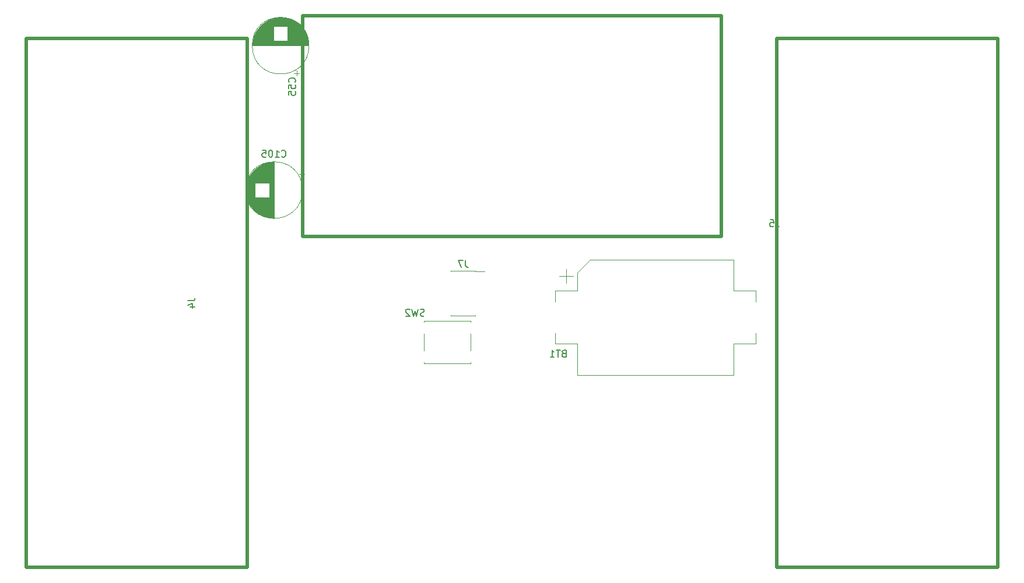
<source format=gbr>
%TF.GenerationSoftware,KiCad,Pcbnew,8.0.5*%
%TF.CreationDate,2024-10-18T05:49:16+03:00*%
%TF.ProjectId,ECUGDI,45435547-4449-42e6-9b69-6361645f7063,rev?*%
%TF.SameCoordinates,Original*%
%TF.FileFunction,Legend,Bot*%
%TF.FilePolarity,Positive*%
%FSLAX46Y46*%
G04 Gerber Fmt 4.6, Leading zero omitted, Abs format (unit mm)*
G04 Created by KiCad (PCBNEW 8.0.5) date 2024-10-18 05:49:16*
%MOMM*%
%LPD*%
G01*
G04 APERTURE LIST*
%ADD10C,0.150000*%
%ADD11C,0.500000*%
%ADD12C,0.120000*%
G04 APERTURE END LIST*
D10*
X147010714Y-93331009D02*
X146867857Y-93378628D01*
X146867857Y-93378628D02*
X146820238Y-93426247D01*
X146820238Y-93426247D02*
X146772619Y-93521485D01*
X146772619Y-93521485D02*
X146772619Y-93664342D01*
X146772619Y-93664342D02*
X146820238Y-93759580D01*
X146820238Y-93759580D02*
X146867857Y-93807200D01*
X146867857Y-93807200D02*
X146963095Y-93854819D01*
X146963095Y-93854819D02*
X147344047Y-93854819D01*
X147344047Y-93854819D02*
X147344047Y-92854819D01*
X147344047Y-92854819D02*
X147010714Y-92854819D01*
X147010714Y-92854819D02*
X146915476Y-92902438D01*
X146915476Y-92902438D02*
X146867857Y-92950057D01*
X146867857Y-92950057D02*
X146820238Y-93045295D01*
X146820238Y-93045295D02*
X146820238Y-93140533D01*
X146820238Y-93140533D02*
X146867857Y-93235771D01*
X146867857Y-93235771D02*
X146915476Y-93283390D01*
X146915476Y-93283390D02*
X147010714Y-93331009D01*
X147010714Y-93331009D02*
X147344047Y-93331009D01*
X146486904Y-92854819D02*
X145915476Y-92854819D01*
X146201190Y-93854819D02*
X146201190Y-92854819D01*
X145058333Y-93854819D02*
X145629761Y-93854819D01*
X145344047Y-93854819D02*
X145344047Y-92854819D01*
X145344047Y-92854819D02*
X145439285Y-92997676D01*
X145439285Y-92997676D02*
X145534523Y-93092914D01*
X145534523Y-93092914D02*
X145629761Y-93140533D01*
X126733332Y-87857200D02*
X126590475Y-87904819D01*
X126590475Y-87904819D02*
X126352380Y-87904819D01*
X126352380Y-87904819D02*
X126257142Y-87857200D01*
X126257142Y-87857200D02*
X126209523Y-87809580D01*
X126209523Y-87809580D02*
X126161904Y-87714342D01*
X126161904Y-87714342D02*
X126161904Y-87619104D01*
X126161904Y-87619104D02*
X126209523Y-87523866D01*
X126209523Y-87523866D02*
X126257142Y-87476247D01*
X126257142Y-87476247D02*
X126352380Y-87428628D01*
X126352380Y-87428628D02*
X126542856Y-87381009D01*
X126542856Y-87381009D02*
X126638094Y-87333390D01*
X126638094Y-87333390D02*
X126685713Y-87285771D01*
X126685713Y-87285771D02*
X126733332Y-87190533D01*
X126733332Y-87190533D02*
X126733332Y-87095295D01*
X126733332Y-87095295D02*
X126685713Y-87000057D01*
X126685713Y-87000057D02*
X126638094Y-86952438D01*
X126638094Y-86952438D02*
X126542856Y-86904819D01*
X126542856Y-86904819D02*
X126304761Y-86904819D01*
X126304761Y-86904819D02*
X126161904Y-86952438D01*
X125828570Y-86904819D02*
X125590475Y-87904819D01*
X125590475Y-87904819D02*
X125399999Y-87190533D01*
X125399999Y-87190533D02*
X125209523Y-87904819D01*
X125209523Y-87904819D02*
X124971428Y-86904819D01*
X124638094Y-87000057D02*
X124590475Y-86952438D01*
X124590475Y-86952438D02*
X124495237Y-86904819D01*
X124495237Y-86904819D02*
X124257142Y-86904819D01*
X124257142Y-86904819D02*
X124161904Y-86952438D01*
X124161904Y-86952438D02*
X124114285Y-87000057D01*
X124114285Y-87000057D02*
X124066666Y-87095295D01*
X124066666Y-87095295D02*
X124066666Y-87190533D01*
X124066666Y-87190533D02*
X124114285Y-87333390D01*
X124114285Y-87333390D02*
X124685713Y-87904819D01*
X124685713Y-87904819D02*
X124066666Y-87904819D01*
X107959580Y-53907142D02*
X108007200Y-53859523D01*
X108007200Y-53859523D02*
X108054819Y-53716666D01*
X108054819Y-53716666D02*
X108054819Y-53621428D01*
X108054819Y-53621428D02*
X108007200Y-53478571D01*
X108007200Y-53478571D02*
X107911961Y-53383333D01*
X107911961Y-53383333D02*
X107816723Y-53335714D01*
X107816723Y-53335714D02*
X107626247Y-53288095D01*
X107626247Y-53288095D02*
X107483390Y-53288095D01*
X107483390Y-53288095D02*
X107292914Y-53335714D01*
X107292914Y-53335714D02*
X107197676Y-53383333D01*
X107197676Y-53383333D02*
X107102438Y-53478571D01*
X107102438Y-53478571D02*
X107054819Y-53621428D01*
X107054819Y-53621428D02*
X107054819Y-53716666D01*
X107054819Y-53716666D02*
X107102438Y-53859523D01*
X107102438Y-53859523D02*
X107150057Y-53907142D01*
X107054819Y-54811904D02*
X107054819Y-54335714D01*
X107054819Y-54335714D02*
X107531009Y-54288095D01*
X107531009Y-54288095D02*
X107483390Y-54335714D01*
X107483390Y-54335714D02*
X107435771Y-54430952D01*
X107435771Y-54430952D02*
X107435771Y-54669047D01*
X107435771Y-54669047D02*
X107483390Y-54764285D01*
X107483390Y-54764285D02*
X107531009Y-54811904D01*
X107531009Y-54811904D02*
X107626247Y-54859523D01*
X107626247Y-54859523D02*
X107864342Y-54859523D01*
X107864342Y-54859523D02*
X107959580Y-54811904D01*
X107959580Y-54811904D02*
X108007200Y-54764285D01*
X108007200Y-54764285D02*
X108054819Y-54669047D01*
X108054819Y-54669047D02*
X108054819Y-54430952D01*
X108054819Y-54430952D02*
X108007200Y-54335714D01*
X108007200Y-54335714D02*
X107959580Y-54288095D01*
X107054819Y-55764285D02*
X107054819Y-55288095D01*
X107054819Y-55288095D02*
X107531009Y-55240476D01*
X107531009Y-55240476D02*
X107483390Y-55288095D01*
X107483390Y-55288095D02*
X107435771Y-55383333D01*
X107435771Y-55383333D02*
X107435771Y-55621428D01*
X107435771Y-55621428D02*
X107483390Y-55716666D01*
X107483390Y-55716666D02*
X107531009Y-55764285D01*
X107531009Y-55764285D02*
X107626247Y-55811904D01*
X107626247Y-55811904D02*
X107864342Y-55811904D01*
X107864342Y-55811904D02*
X107959580Y-55764285D01*
X107959580Y-55764285D02*
X108007200Y-55716666D01*
X108007200Y-55716666D02*
X108054819Y-55621428D01*
X108054819Y-55621428D02*
X108054819Y-55383333D01*
X108054819Y-55383333D02*
X108007200Y-55288095D01*
X108007200Y-55288095D02*
X107959580Y-55240476D01*
X92454819Y-85666666D02*
X93169104Y-85666666D01*
X93169104Y-85666666D02*
X93311961Y-85619047D01*
X93311961Y-85619047D02*
X93407200Y-85523809D01*
X93407200Y-85523809D02*
X93454819Y-85380952D01*
X93454819Y-85380952D02*
X93454819Y-85285714D01*
X92788152Y-86571428D02*
X93454819Y-86571428D01*
X92407200Y-86333333D02*
X93121485Y-86095238D01*
X93121485Y-86095238D02*
X93121485Y-86714285D01*
X106069047Y-64709580D02*
X106116666Y-64757200D01*
X106116666Y-64757200D02*
X106259523Y-64804819D01*
X106259523Y-64804819D02*
X106354761Y-64804819D01*
X106354761Y-64804819D02*
X106497618Y-64757200D01*
X106497618Y-64757200D02*
X106592856Y-64661961D01*
X106592856Y-64661961D02*
X106640475Y-64566723D01*
X106640475Y-64566723D02*
X106688094Y-64376247D01*
X106688094Y-64376247D02*
X106688094Y-64233390D01*
X106688094Y-64233390D02*
X106640475Y-64042914D01*
X106640475Y-64042914D02*
X106592856Y-63947676D01*
X106592856Y-63947676D02*
X106497618Y-63852438D01*
X106497618Y-63852438D02*
X106354761Y-63804819D01*
X106354761Y-63804819D02*
X106259523Y-63804819D01*
X106259523Y-63804819D02*
X106116666Y-63852438D01*
X106116666Y-63852438D02*
X106069047Y-63900057D01*
X105116666Y-64804819D02*
X105688094Y-64804819D01*
X105402380Y-64804819D02*
X105402380Y-63804819D01*
X105402380Y-63804819D02*
X105497618Y-63947676D01*
X105497618Y-63947676D02*
X105592856Y-64042914D01*
X105592856Y-64042914D02*
X105688094Y-64090533D01*
X104497618Y-63804819D02*
X104402380Y-63804819D01*
X104402380Y-63804819D02*
X104307142Y-63852438D01*
X104307142Y-63852438D02*
X104259523Y-63900057D01*
X104259523Y-63900057D02*
X104211904Y-63995295D01*
X104211904Y-63995295D02*
X104164285Y-64185771D01*
X104164285Y-64185771D02*
X104164285Y-64423866D01*
X104164285Y-64423866D02*
X104211904Y-64614342D01*
X104211904Y-64614342D02*
X104259523Y-64709580D01*
X104259523Y-64709580D02*
X104307142Y-64757200D01*
X104307142Y-64757200D02*
X104402380Y-64804819D01*
X104402380Y-64804819D02*
X104497618Y-64804819D01*
X104497618Y-64804819D02*
X104592856Y-64757200D01*
X104592856Y-64757200D02*
X104640475Y-64709580D01*
X104640475Y-64709580D02*
X104688094Y-64614342D01*
X104688094Y-64614342D02*
X104735713Y-64423866D01*
X104735713Y-64423866D02*
X104735713Y-64185771D01*
X104735713Y-64185771D02*
X104688094Y-63995295D01*
X104688094Y-63995295D02*
X104640475Y-63900057D01*
X104640475Y-63900057D02*
X104592856Y-63852438D01*
X104592856Y-63852438D02*
X104497618Y-63804819D01*
X103259523Y-63804819D02*
X103735713Y-63804819D01*
X103735713Y-63804819D02*
X103783332Y-64281009D01*
X103783332Y-64281009D02*
X103735713Y-64233390D01*
X103735713Y-64233390D02*
X103640475Y-64185771D01*
X103640475Y-64185771D02*
X103402380Y-64185771D01*
X103402380Y-64185771D02*
X103307142Y-64233390D01*
X103307142Y-64233390D02*
X103259523Y-64281009D01*
X103259523Y-64281009D02*
X103211904Y-64376247D01*
X103211904Y-64376247D02*
X103211904Y-64614342D01*
X103211904Y-64614342D02*
X103259523Y-64709580D01*
X103259523Y-64709580D02*
X103307142Y-64757200D01*
X103307142Y-64757200D02*
X103402380Y-64804819D01*
X103402380Y-64804819D02*
X103640475Y-64804819D01*
X103640475Y-64804819D02*
X103735713Y-64757200D01*
X103735713Y-64757200D02*
X103783332Y-64709580D01*
X177933333Y-73917319D02*
X177933333Y-74631604D01*
X177933333Y-74631604D02*
X177980952Y-74774461D01*
X177980952Y-74774461D02*
X178076190Y-74869700D01*
X178076190Y-74869700D02*
X178219047Y-74917319D01*
X178219047Y-74917319D02*
X178314285Y-74917319D01*
X176980952Y-73917319D02*
X177457142Y-73917319D01*
X177457142Y-73917319D02*
X177504761Y-74393509D01*
X177504761Y-74393509D02*
X177457142Y-74345890D01*
X177457142Y-74345890D02*
X177361904Y-74298271D01*
X177361904Y-74298271D02*
X177123809Y-74298271D01*
X177123809Y-74298271D02*
X177028571Y-74345890D01*
X177028571Y-74345890D02*
X176980952Y-74393509D01*
X176980952Y-74393509D02*
X176933333Y-74488747D01*
X176933333Y-74488747D02*
X176933333Y-74726842D01*
X176933333Y-74726842D02*
X176980952Y-74822080D01*
X176980952Y-74822080D02*
X177028571Y-74869700D01*
X177028571Y-74869700D02*
X177123809Y-74917319D01*
X177123809Y-74917319D02*
X177361904Y-74917319D01*
X177361904Y-74917319D02*
X177457142Y-74869700D01*
X177457142Y-74869700D02*
X177504761Y-74822080D01*
X132733333Y-79819819D02*
X132733333Y-80534104D01*
X132733333Y-80534104D02*
X132780952Y-80676961D01*
X132780952Y-80676961D02*
X132876190Y-80772200D01*
X132876190Y-80772200D02*
X133019047Y-80819819D01*
X133019047Y-80819819D02*
X133114285Y-80819819D01*
X132352380Y-79819819D02*
X131685714Y-79819819D01*
X131685714Y-79819819D02*
X132114285Y-80819819D01*
D11*
%TO.C,J6*%
X109100000Y-44250000D02*
X109100000Y-76350000D01*
X109100000Y-76350000D02*
X169900000Y-76350000D01*
X169900000Y-44250000D02*
X109100000Y-44250000D01*
X169900000Y-76350000D02*
X169900000Y-44250000D01*
D12*
%TO.C,BT1*%
X145800000Y-84250000D02*
X145800000Y-85800000D01*
X145800000Y-91950000D02*
X145800000Y-90400000D01*
X147350000Y-83100000D02*
X147350000Y-81100000D01*
X148350000Y-82100000D02*
X146350000Y-82100000D01*
X149000000Y-81550000D02*
X149000000Y-84250000D01*
X149000000Y-84250000D02*
X145800000Y-84250000D01*
X149000000Y-91950000D02*
X145800000Y-91950000D01*
X149000000Y-96450000D02*
X149000000Y-91950000D01*
X149000000Y-96450000D02*
X171700000Y-96450000D01*
X150800000Y-79750000D02*
X149000000Y-81550000D01*
X171700000Y-79750000D02*
X150800000Y-79750000D01*
X171700000Y-79750000D02*
X171700000Y-84250000D01*
X171700000Y-84250000D02*
X174900000Y-84250000D01*
X171700000Y-91950000D02*
X174900000Y-91950000D01*
X171700000Y-96450000D02*
X171700000Y-91950000D01*
X174900000Y-84250000D02*
X174900000Y-85800000D01*
X174900000Y-91950000D02*
X174900000Y-90400000D01*
%TO.C,SW2*%
X126750000Y-88600000D02*
X126750000Y-88800000D01*
X126750000Y-88600000D02*
X133450000Y-88600000D01*
X126750000Y-90500000D02*
X126750000Y-92900000D01*
X126750000Y-94800000D02*
X126750000Y-94600000D01*
X133450000Y-88600000D02*
X133450000Y-88800000D01*
X133450000Y-90500000D02*
X133450000Y-92900000D01*
X133450000Y-94800000D02*
X126750000Y-94800000D01*
X133450000Y-94800000D02*
X133450000Y-94600000D01*
%TO.C,C55*%
X104860000Y-45839000D02*
X102881000Y-45839000D01*
X104860000Y-45879000D02*
X102845000Y-45879000D01*
X104860000Y-45919000D02*
X102810000Y-45919000D01*
X104860000Y-45959000D02*
X102776000Y-45959000D01*
X104860000Y-45999000D02*
X102744000Y-45999000D01*
X104860000Y-46039000D02*
X102711000Y-46039000D01*
X104860000Y-46079000D02*
X102680000Y-46079000D01*
X104860000Y-46119000D02*
X102650000Y-46119000D01*
X104860000Y-46159000D02*
X102620000Y-46159000D01*
X104860000Y-46199000D02*
X102591000Y-46199000D01*
X104860000Y-46239000D02*
X102562000Y-46239000D01*
X104860000Y-46279000D02*
X102535000Y-46279000D01*
X104860000Y-46319000D02*
X102508000Y-46319000D01*
X104860000Y-46359000D02*
X102482000Y-46359000D01*
X104860000Y-46399000D02*
X102456000Y-46399000D01*
X104860000Y-46439000D02*
X102431000Y-46439000D01*
X104860000Y-46479000D02*
X102407000Y-46479000D01*
X104860000Y-46519000D02*
X102383000Y-46519000D01*
X104860000Y-46559000D02*
X102360000Y-46559000D01*
X104860000Y-46599000D02*
X102338000Y-46599000D01*
X104860000Y-46639000D02*
X102316000Y-46639000D01*
X104860000Y-46679000D02*
X102294000Y-46679000D01*
X104860000Y-46719000D02*
X102273000Y-46719000D01*
X104860000Y-46759000D02*
X102253000Y-46759000D01*
X104860000Y-46799000D02*
X102234000Y-46799000D01*
X104860000Y-46839000D02*
X102214000Y-46839000D01*
X104860000Y-46879000D02*
X102196000Y-46879000D01*
X104860000Y-46919000D02*
X102178000Y-46919000D01*
X104860000Y-46959000D02*
X102160000Y-46959000D01*
X104860000Y-46999000D02*
X102143000Y-46999000D01*
X104860000Y-47039000D02*
X102126000Y-47039000D01*
X104860000Y-47079000D02*
X102110000Y-47079000D01*
X104860000Y-47119000D02*
X102095000Y-47119000D01*
X104860000Y-47159000D02*
X102079000Y-47159000D01*
X104860000Y-47199000D02*
X102065000Y-47199000D01*
X104860000Y-47239000D02*
X102050000Y-47239000D01*
X104860000Y-47279000D02*
X102037000Y-47279000D01*
X104860000Y-47319000D02*
X102023000Y-47319000D01*
X104860000Y-47359000D02*
X102011000Y-47359000D01*
X104860000Y-47399000D02*
X101998000Y-47399000D01*
X104860000Y-47439000D02*
X101986000Y-47439000D01*
X104860000Y-47479000D02*
X101975000Y-47479000D01*
X104860000Y-47519000D02*
X101964000Y-47519000D01*
X104860000Y-47559000D02*
X101953000Y-47559000D01*
X104860000Y-47599000D02*
X101943000Y-47599000D01*
X104860000Y-47639000D02*
X101933000Y-47639000D01*
X104860000Y-47679000D02*
X101924000Y-47679000D01*
X104860000Y-47719000D02*
X101915000Y-47719000D01*
X104860000Y-47759000D02*
X101906000Y-47759000D01*
X104860000Y-47799000D02*
X101898000Y-47799000D01*
X104860000Y-47839000D02*
X101890000Y-47839000D01*
X104860000Y-47879000D02*
X101883000Y-47879000D01*
X106433000Y-44519000D02*
X105367000Y-44519000D01*
X106668000Y-44559000D02*
X105132000Y-44559000D01*
X106848000Y-44599000D02*
X104952000Y-44599000D01*
X106998000Y-44639000D02*
X104802000Y-44639000D01*
X107129000Y-44679000D02*
X104671000Y-44679000D01*
X107246000Y-44719000D02*
X104554000Y-44719000D01*
X107353000Y-44759000D02*
X104447000Y-44759000D01*
X107452000Y-44799000D02*
X104348000Y-44799000D01*
X107545000Y-44839000D02*
X104255000Y-44839000D01*
X107631000Y-44879000D02*
X104169000Y-44879000D01*
X107713000Y-44919000D02*
X104087000Y-44919000D01*
X107790000Y-44959000D02*
X104010000Y-44959000D01*
X107864000Y-44999000D02*
X103936000Y-44999000D01*
X107934000Y-45039000D02*
X103866000Y-45039000D01*
X108002000Y-45079000D02*
X103798000Y-45079000D01*
X108066000Y-45119000D02*
X103734000Y-45119000D01*
X108128000Y-45159000D02*
X103672000Y-45159000D01*
X108187000Y-45199000D02*
X103613000Y-45199000D01*
X108215000Y-53009698D02*
X108215000Y-52209698D01*
X108245000Y-45239000D02*
X103555000Y-45239000D01*
X108300000Y-45279000D02*
X103500000Y-45279000D01*
X108354000Y-45319000D02*
X103446000Y-45319000D01*
X108405000Y-45359000D02*
X103395000Y-45359000D01*
X108456000Y-45399000D02*
X103344000Y-45399000D01*
X108504000Y-45439000D02*
X103296000Y-45439000D01*
X108551000Y-45479000D02*
X103249000Y-45479000D01*
X108597000Y-45519000D02*
X103203000Y-45519000D01*
X108615000Y-52609698D02*
X107815000Y-52609698D01*
X108641000Y-45559000D02*
X103159000Y-45559000D01*
X108684000Y-45599000D02*
X103116000Y-45599000D01*
X108726000Y-45639000D02*
X103074000Y-45639000D01*
X108767000Y-45679000D02*
X103033000Y-45679000D01*
X108807000Y-45719000D02*
X102993000Y-45719000D01*
X108845000Y-45759000D02*
X102955000Y-45759000D01*
X108883000Y-45799000D02*
X102917000Y-45799000D01*
X108919000Y-45839000D02*
X106940000Y-45839000D01*
X108955000Y-45879000D02*
X106940000Y-45879000D01*
X108990000Y-45919000D02*
X106940000Y-45919000D01*
X109024000Y-45959000D02*
X106940000Y-45959000D01*
X109056000Y-45999000D02*
X106940000Y-45999000D01*
X109089000Y-46039000D02*
X106940000Y-46039000D01*
X109120000Y-46079000D02*
X106940000Y-46079000D01*
X109150000Y-46119000D02*
X106940000Y-46119000D01*
X109180000Y-46159000D02*
X106940000Y-46159000D01*
X109209000Y-46199000D02*
X106940000Y-46199000D01*
X109238000Y-46239000D02*
X106940000Y-46239000D01*
X109265000Y-46279000D02*
X106940000Y-46279000D01*
X109292000Y-46319000D02*
X106940000Y-46319000D01*
X109318000Y-46359000D02*
X106940000Y-46359000D01*
X109344000Y-46399000D02*
X106940000Y-46399000D01*
X109369000Y-46439000D02*
X106940000Y-46439000D01*
X109393000Y-46479000D02*
X106940000Y-46479000D01*
X109417000Y-46519000D02*
X106940000Y-46519000D01*
X109440000Y-46559000D02*
X106940000Y-46559000D01*
X109462000Y-46599000D02*
X106940000Y-46599000D01*
X109484000Y-46639000D02*
X106940000Y-46639000D01*
X109506000Y-46679000D02*
X106940000Y-46679000D01*
X109527000Y-46719000D02*
X106940000Y-46719000D01*
X109547000Y-46759000D02*
X106940000Y-46759000D01*
X109566000Y-46799000D02*
X106940000Y-46799000D01*
X109586000Y-46839000D02*
X106940000Y-46839000D01*
X109604000Y-46879000D02*
X106940000Y-46879000D01*
X109622000Y-46919000D02*
X106940000Y-46919000D01*
X109640000Y-46959000D02*
X106940000Y-46959000D01*
X109657000Y-46999000D02*
X106940000Y-46999000D01*
X109674000Y-47039000D02*
X106940000Y-47039000D01*
X109690000Y-47079000D02*
X106940000Y-47079000D01*
X109705000Y-47119000D02*
X106940000Y-47119000D01*
X109721000Y-47159000D02*
X106940000Y-47159000D01*
X109735000Y-47199000D02*
X106940000Y-47199000D01*
X109750000Y-47239000D02*
X106940000Y-47239000D01*
X109763000Y-47279000D02*
X106940000Y-47279000D01*
X109777000Y-47319000D02*
X106940000Y-47319000D01*
X109789000Y-47359000D02*
X106940000Y-47359000D01*
X109802000Y-47399000D02*
X106940000Y-47399000D01*
X109814000Y-47439000D02*
X106940000Y-47439000D01*
X109825000Y-47479000D02*
X106940000Y-47479000D01*
X109836000Y-47519000D02*
X106940000Y-47519000D01*
X109847000Y-47559000D02*
X106940000Y-47559000D01*
X109857000Y-47599000D02*
X106940000Y-47599000D01*
X109867000Y-47639000D02*
X106940000Y-47639000D01*
X109876000Y-47679000D02*
X106940000Y-47679000D01*
X109885000Y-47719000D02*
X106940000Y-47719000D01*
X109894000Y-47759000D02*
X106940000Y-47759000D01*
X109902000Y-47799000D02*
X106940000Y-47799000D01*
X109910000Y-47839000D02*
X106940000Y-47839000D01*
X109917000Y-47879000D02*
X106940000Y-47879000D01*
X109924000Y-47920000D02*
X101876000Y-47920000D01*
X109930000Y-47960000D02*
X101870000Y-47960000D01*
X109937000Y-48000000D02*
X101863000Y-48000000D01*
X109942000Y-48040000D02*
X101858000Y-48040000D01*
X109948000Y-48080000D02*
X101852000Y-48080000D01*
X109952000Y-48120000D02*
X101848000Y-48120000D01*
X109957000Y-48160000D02*
X101843000Y-48160000D01*
X109961000Y-48200000D02*
X101839000Y-48200000D01*
X109965000Y-48240000D02*
X101835000Y-48240000D01*
X109968000Y-48280000D02*
X101832000Y-48280000D01*
X109971000Y-48320000D02*
X101829000Y-48320000D01*
X109974000Y-48360000D02*
X101826000Y-48360000D01*
X109976000Y-48400000D02*
X101824000Y-48400000D01*
X109977000Y-48440000D02*
X101823000Y-48440000D01*
X109979000Y-48480000D02*
X101821000Y-48480000D01*
X109980000Y-48520000D02*
X101820000Y-48520000D01*
X109980000Y-48560000D02*
X101820000Y-48560000D01*
X109980000Y-48600000D02*
X101820000Y-48600000D01*
X110020000Y-48600000D02*
G75*
G02*
X101780000Y-48600000I-4120000J0D01*
G01*
X101780000Y-48600000D02*
G75*
G02*
X110020000Y-48600000I4120000J0D01*
G01*
D11*
%TO.C,J4*%
X68950000Y-47550000D02*
X68950000Y-124450000D01*
X68950000Y-47550000D02*
X101050000Y-47550000D01*
X68950000Y-124450000D02*
X101050000Y-124450000D01*
X101050000Y-47550000D02*
X101050000Y-124450000D01*
D12*
%TO.C,C105*%
X100869000Y-69067000D02*
X100869000Y-70133000D01*
X100909000Y-68832000D02*
X100909000Y-70368000D01*
X100949000Y-68652000D02*
X100949000Y-70548000D01*
X100989000Y-68502000D02*
X100989000Y-70698000D01*
X101029000Y-68371000D02*
X101029000Y-70829000D01*
X101069000Y-68254000D02*
X101069000Y-70946000D01*
X101109000Y-68147000D02*
X101109000Y-71053000D01*
X101149000Y-68048000D02*
X101149000Y-71152000D01*
X101189000Y-67955000D02*
X101189000Y-71245000D01*
X101229000Y-67869000D02*
X101229000Y-71331000D01*
X101269000Y-67787000D02*
X101269000Y-71413000D01*
X101309000Y-67710000D02*
X101309000Y-71490000D01*
X101349000Y-67636000D02*
X101349000Y-71564000D01*
X101389000Y-67566000D02*
X101389000Y-71634000D01*
X101429000Y-67498000D02*
X101429000Y-71702000D01*
X101469000Y-67434000D02*
X101469000Y-71766000D01*
X101509000Y-67372000D02*
X101509000Y-71828000D01*
X101549000Y-67313000D02*
X101549000Y-71887000D01*
X101589000Y-67255000D02*
X101589000Y-71945000D01*
X101629000Y-67200000D02*
X101629000Y-72000000D01*
X101669000Y-67146000D02*
X101669000Y-72054000D01*
X101709000Y-67095000D02*
X101709000Y-72105000D01*
X101749000Y-67044000D02*
X101749000Y-72156000D01*
X101789000Y-66996000D02*
X101789000Y-72204000D01*
X101829000Y-66949000D02*
X101829000Y-72251000D01*
X101869000Y-66903000D02*
X101869000Y-72297000D01*
X101909000Y-66859000D02*
X101909000Y-72341000D01*
X101949000Y-66816000D02*
X101949000Y-72384000D01*
X101989000Y-66774000D02*
X101989000Y-72426000D01*
X102029000Y-66733000D02*
X102029000Y-72467000D01*
X102069000Y-66693000D02*
X102069000Y-72507000D01*
X102109000Y-66655000D02*
X102109000Y-72545000D01*
X102149000Y-66617000D02*
X102149000Y-72583000D01*
X102189000Y-66581000D02*
X102189000Y-68560000D01*
X102189000Y-70640000D02*
X102189000Y-72619000D01*
X102229000Y-66545000D02*
X102229000Y-68560000D01*
X102229000Y-70640000D02*
X102229000Y-72655000D01*
X102269000Y-66510000D02*
X102269000Y-68560000D01*
X102269000Y-70640000D02*
X102269000Y-72690000D01*
X102309000Y-66476000D02*
X102309000Y-68560000D01*
X102309000Y-70640000D02*
X102309000Y-72724000D01*
X102349000Y-66444000D02*
X102349000Y-68560000D01*
X102349000Y-70640000D02*
X102349000Y-72756000D01*
X102389000Y-66411000D02*
X102389000Y-68560000D01*
X102389000Y-70640000D02*
X102389000Y-72789000D01*
X102429000Y-66380000D02*
X102429000Y-68560000D01*
X102429000Y-70640000D02*
X102429000Y-72820000D01*
X102469000Y-66350000D02*
X102469000Y-68560000D01*
X102469000Y-70640000D02*
X102469000Y-72850000D01*
X102509000Y-66320000D02*
X102509000Y-68560000D01*
X102509000Y-70640000D02*
X102509000Y-72880000D01*
X102549000Y-66291000D02*
X102549000Y-68560000D01*
X102549000Y-70640000D02*
X102549000Y-72909000D01*
X102589000Y-66262000D02*
X102589000Y-68560000D01*
X102589000Y-70640000D02*
X102589000Y-72938000D01*
X102629000Y-66235000D02*
X102629000Y-68560000D01*
X102629000Y-70640000D02*
X102629000Y-72965000D01*
X102669000Y-66208000D02*
X102669000Y-68560000D01*
X102669000Y-70640000D02*
X102669000Y-72992000D01*
X102709000Y-66182000D02*
X102709000Y-68560000D01*
X102709000Y-70640000D02*
X102709000Y-73018000D01*
X102749000Y-66156000D02*
X102749000Y-68560000D01*
X102749000Y-70640000D02*
X102749000Y-73044000D01*
X102789000Y-66131000D02*
X102789000Y-68560000D01*
X102789000Y-70640000D02*
X102789000Y-73069000D01*
X102829000Y-66107000D02*
X102829000Y-68560000D01*
X102829000Y-70640000D02*
X102829000Y-73093000D01*
X102869000Y-66083000D02*
X102869000Y-68560000D01*
X102869000Y-70640000D02*
X102869000Y-73117000D01*
X102909000Y-66060000D02*
X102909000Y-68560000D01*
X102909000Y-70640000D02*
X102909000Y-73140000D01*
X102949000Y-66038000D02*
X102949000Y-68560000D01*
X102949000Y-70640000D02*
X102949000Y-73162000D01*
X102989000Y-66016000D02*
X102989000Y-68560000D01*
X102989000Y-70640000D02*
X102989000Y-73184000D01*
X103029000Y-65994000D02*
X103029000Y-68560000D01*
X103029000Y-70640000D02*
X103029000Y-73206000D01*
X103069000Y-65973000D02*
X103069000Y-68560000D01*
X103069000Y-70640000D02*
X103069000Y-73227000D01*
X103109000Y-65953000D02*
X103109000Y-68560000D01*
X103109000Y-70640000D02*
X103109000Y-73247000D01*
X103149000Y-65934000D02*
X103149000Y-68560000D01*
X103149000Y-70640000D02*
X103149000Y-73266000D01*
X103189000Y-65914000D02*
X103189000Y-68560000D01*
X103189000Y-70640000D02*
X103189000Y-73286000D01*
X103229000Y-65896000D02*
X103229000Y-68560000D01*
X103229000Y-70640000D02*
X103229000Y-73304000D01*
X103269000Y-65878000D02*
X103269000Y-68560000D01*
X103269000Y-70640000D02*
X103269000Y-73322000D01*
X103309000Y-65860000D02*
X103309000Y-68560000D01*
X103309000Y-70640000D02*
X103309000Y-73340000D01*
X103349000Y-65843000D02*
X103349000Y-68560000D01*
X103349000Y-70640000D02*
X103349000Y-73357000D01*
X103389000Y-65826000D02*
X103389000Y-68560000D01*
X103389000Y-70640000D02*
X103389000Y-73374000D01*
X103429000Y-65810000D02*
X103429000Y-68560000D01*
X103429000Y-70640000D02*
X103429000Y-73390000D01*
X103469000Y-65795000D02*
X103469000Y-68560000D01*
X103469000Y-70640000D02*
X103469000Y-73405000D01*
X103509000Y-65779000D02*
X103509000Y-68560000D01*
X103509000Y-70640000D02*
X103509000Y-73421000D01*
X103549000Y-65765000D02*
X103549000Y-68560000D01*
X103549000Y-70640000D02*
X103549000Y-73435000D01*
X103589000Y-65750000D02*
X103589000Y-68560000D01*
X103589000Y-70640000D02*
X103589000Y-73450000D01*
X103629000Y-65737000D02*
X103629000Y-68560000D01*
X103629000Y-70640000D02*
X103629000Y-73463000D01*
X103669000Y-65723000D02*
X103669000Y-68560000D01*
X103669000Y-70640000D02*
X103669000Y-73477000D01*
X103709000Y-65711000D02*
X103709000Y-68560000D01*
X103709000Y-70640000D02*
X103709000Y-73489000D01*
X103749000Y-65698000D02*
X103749000Y-68560000D01*
X103749000Y-70640000D02*
X103749000Y-73502000D01*
X103789000Y-65686000D02*
X103789000Y-68560000D01*
X103789000Y-70640000D02*
X103789000Y-73514000D01*
X103829000Y-65675000D02*
X103829000Y-68560000D01*
X103829000Y-70640000D02*
X103829000Y-73525000D01*
X103869000Y-65664000D02*
X103869000Y-68560000D01*
X103869000Y-70640000D02*
X103869000Y-73536000D01*
X103909000Y-65653000D02*
X103909000Y-68560000D01*
X103909000Y-70640000D02*
X103909000Y-73547000D01*
X103949000Y-65643000D02*
X103949000Y-68560000D01*
X103949000Y-70640000D02*
X103949000Y-73557000D01*
X103989000Y-65633000D02*
X103989000Y-68560000D01*
X103989000Y-70640000D02*
X103989000Y-73567000D01*
X104029000Y-65624000D02*
X104029000Y-68560000D01*
X104029000Y-70640000D02*
X104029000Y-73576000D01*
X104069000Y-65615000D02*
X104069000Y-68560000D01*
X104069000Y-70640000D02*
X104069000Y-73585000D01*
X104109000Y-65606000D02*
X104109000Y-68560000D01*
X104109000Y-70640000D02*
X104109000Y-73594000D01*
X104149000Y-65598000D02*
X104149000Y-68560000D01*
X104149000Y-70640000D02*
X104149000Y-73602000D01*
X104189000Y-65590000D02*
X104189000Y-68560000D01*
X104189000Y-70640000D02*
X104189000Y-73610000D01*
X104229000Y-65583000D02*
X104229000Y-68560000D01*
X104229000Y-70640000D02*
X104229000Y-73617000D01*
X104270000Y-65576000D02*
X104270000Y-73624000D01*
X104310000Y-65570000D02*
X104310000Y-73630000D01*
X104350000Y-65563000D02*
X104350000Y-73637000D01*
X104390000Y-65558000D02*
X104390000Y-73642000D01*
X104430000Y-65552000D02*
X104430000Y-73648000D01*
X104470000Y-65548000D02*
X104470000Y-73652000D01*
X104510000Y-65543000D02*
X104510000Y-73657000D01*
X104550000Y-65539000D02*
X104550000Y-73661000D01*
X104590000Y-65535000D02*
X104590000Y-73665000D01*
X104630000Y-65532000D02*
X104630000Y-73668000D01*
X104670000Y-65529000D02*
X104670000Y-73671000D01*
X104710000Y-65526000D02*
X104710000Y-73674000D01*
X104750000Y-65524000D02*
X104750000Y-73676000D01*
X104790000Y-65523000D02*
X104790000Y-73677000D01*
X104830000Y-65521000D02*
X104830000Y-73679000D01*
X104870000Y-65520000D02*
X104870000Y-73680000D01*
X104910000Y-65520000D02*
X104910000Y-73680000D01*
X104950000Y-65520000D02*
X104950000Y-73680000D01*
X108959698Y-66885000D02*
X108959698Y-67685000D01*
X109359698Y-67285000D02*
X108559698Y-67285000D01*
X109070000Y-69600000D02*
G75*
G02*
X100830000Y-69600000I-4120000J0D01*
G01*
X100830000Y-69600000D02*
G75*
G02*
X109070000Y-69600000I4120000J0D01*
G01*
D11*
%TO.C,J5*%
X177950000Y-124450000D02*
X177950000Y-47550000D01*
X210050000Y-47550000D02*
X177950000Y-47550000D01*
X210050000Y-124450000D02*
X177950000Y-124450000D01*
X210050000Y-124450000D02*
X210050000Y-47550000D01*
D12*
%TO.C,J7*%
X130635000Y-81365000D02*
X130635000Y-81430000D01*
X130635000Y-87770000D02*
X130635000Y-87835000D01*
X134165000Y-81365000D02*
X130635000Y-81365000D01*
X134165000Y-81365000D02*
X134165000Y-81430000D01*
X134165000Y-87770000D02*
X134165000Y-87835000D01*
X134165000Y-87835000D02*
X130635000Y-87835000D01*
X135490000Y-81430000D02*
X134165000Y-81430000D01*
%TD*%
M02*

</source>
